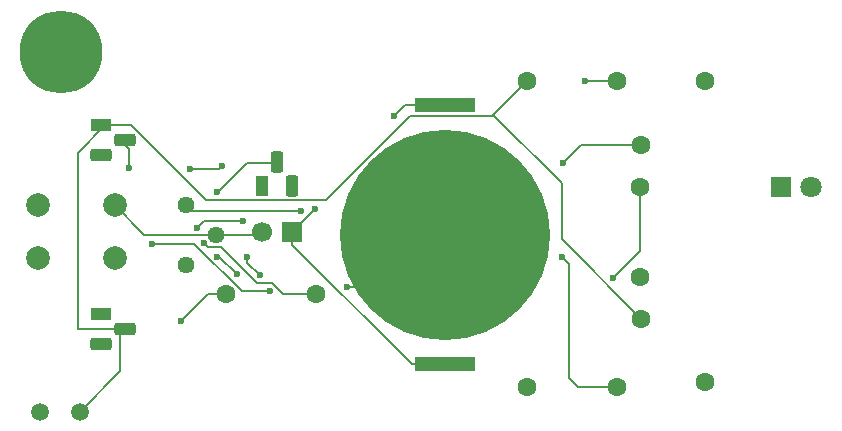
<source format=gtl>
G04 #@! TF.GenerationSoftware,KiCad,Pcbnew,9.0.2-2.fc42*
G04 #@! TF.CreationDate,2025-06-29T00:33:01+02:00*
G04 #@! TF.ProjectId,hack_solder,6861636b-5f73-46f6-9c64-65722e6b6963,rev?*
G04 #@! TF.SameCoordinates,Original*
G04 #@! TF.FileFunction,Copper,L1,Top*
G04 #@! TF.FilePolarity,Positive*
%FSLAX46Y46*%
G04 Gerber Fmt 4.6, Leading zero omitted, Abs format (unit mm)*
G04 Created by KiCad (PCBNEW 9.0.2-2.fc42) date 2025-06-29 00:33:01*
%MOMM*%
%LPD*%
G01*
G04 APERTURE LIST*
G04 Aperture macros list*
%AMRoundRect*
0 Rectangle with rounded corners*
0 $1 Rounding radius*
0 $2 $3 $4 $5 $6 $7 $8 $9 X,Y pos of 4 corners*
0 Add a 4 corners polygon primitive as box body*
4,1,4,$2,$3,$4,$5,$6,$7,$8,$9,$2,$3,0*
0 Add four circle primitives for the rounded corners*
1,1,$1+$1,$2,$3*
1,1,$1+$1,$4,$5*
1,1,$1+$1,$6,$7*
1,1,$1+$1,$8,$9*
0 Add four rect primitives between the rounded corners*
20,1,$1+$1,$2,$3,$4,$5,0*
20,1,$1+$1,$4,$5,$6,$7,0*
20,1,$1+$1,$6,$7,$8,$9,0*
20,1,$1+$1,$8,$9,$2,$3,0*%
G04 Aperture macros list end*
G04 #@! TA.AperFunction,ComponentPad*
%ADD10C,1.440000*%
G04 #@! TD*
G04 #@! TA.AperFunction,ComponentPad*
%ADD11C,7.000000*%
G04 #@! TD*
G04 #@! TA.AperFunction,ComponentPad*
%ADD12C,1.600000*%
G04 #@! TD*
G04 #@! TA.AperFunction,SMDPad,CuDef*
%ADD13R,5.080000X1.270000*%
G04 #@! TD*
G04 #@! TA.AperFunction,SMDPad,CuDef*
%ADD14C,17.800000*%
G04 #@! TD*
G04 #@! TA.AperFunction,ComponentPad*
%ADD15C,1.500000*%
G04 #@! TD*
G04 #@! TA.AperFunction,ComponentPad*
%ADD16C,2.000000*%
G04 #@! TD*
G04 #@! TA.AperFunction,ComponentPad*
%ADD17R,1.800000X1.100000*%
G04 #@! TD*
G04 #@! TA.AperFunction,ComponentPad*
%ADD18RoundRect,0.275000X-0.625000X0.275000X-0.625000X-0.275000X0.625000X-0.275000X0.625000X0.275000X0*%
G04 #@! TD*
G04 #@! TA.AperFunction,ComponentPad*
%ADD19R,1.100000X1.800000*%
G04 #@! TD*
G04 #@! TA.AperFunction,ComponentPad*
%ADD20RoundRect,0.275000X-0.275000X-0.625000X0.275000X-0.625000X0.275000X0.625000X-0.275000X0.625000X0*%
G04 #@! TD*
G04 #@! TA.AperFunction,ComponentPad*
%ADD21R,1.700000X1.700000*%
G04 #@! TD*
G04 #@! TA.AperFunction,ComponentPad*
%ADD22C,1.700000*%
G04 #@! TD*
G04 #@! TA.AperFunction,ComponentPad*
%ADD23R,1.800000X1.800000*%
G04 #@! TD*
G04 #@! TA.AperFunction,ComponentPad*
%ADD24C,1.800000*%
G04 #@! TD*
G04 #@! TA.AperFunction,ViaPad*
%ADD25C,0.600000*%
G04 #@! TD*
G04 #@! TA.AperFunction,Conductor*
%ADD26C,0.200000*%
G04 #@! TD*
G04 APERTURE END LIST*
D10*
G04 #@! TO.P,RV1,1,1*
G04 #@! TO.N,unconnected-(RV1-Pad1)*
X27060000Y-52540000D03*
G04 #@! TO.P,RV1,2,2*
G04 #@! TO.N,Net-(J1-Pin_2)*
X29600000Y-50000000D03*
G04 #@! TO.P,RV1,3,3*
G04 #@! TO.N,Net-(D1-A)*
X27060000Y-47460000D03*
G04 #@! TD*
D11*
G04 #@! TO.P,REF\u002A\u002A,1*
G04 #@! TO.N,N/C*
X16500000Y-34500000D03*
G04 #@! TD*
D12*
G04 #@! TO.P,R3,1*
G04 #@! TO.N,Net-(Q2-C)*
X65500000Y-46000000D03*
G04 #@! TO.P,R3,2*
G04 #@! TO.N,Net-(Q1-B)*
X65500000Y-53620000D03*
G04 #@! TD*
D13*
G04 #@! TO.P,BT1,1,+*
G04 #@! TO.N,Net-(BT1-+)*
X49000000Y-60985000D03*
X49000000Y-39015000D03*
D14*
G04 #@! TO.P,BT1,2,-*
G04 #@! TO.N,Net-(BT1--)*
X49000000Y-50000000D03*
G04 #@! TD*
D15*
G04 #@! TO.P,R2,1*
G04 #@! TO.N,Net-(Q1-C)*
X18050000Y-65000000D03*
G04 #@! TO.P,R2,2*
G04 #@! TO.N,Net-(BT1--)*
X14650000Y-65000000D03*
G04 #@! TD*
D16*
G04 #@! TO.P,SW1,1,1*
G04 #@! TO.N,Net-(R6-Pad1)*
X21000000Y-52000000D03*
X14500000Y-52000000D03*
G04 #@! TO.P,SW1,2,2*
G04 #@! TO.N,Net-(J1-Pin_2)*
X21000000Y-47500000D03*
X14500000Y-47500000D03*
G04 #@! TD*
D17*
G04 #@! TO.P,Q3,1,C*
G04 #@! TO.N,Net-(D1-K)*
X19830000Y-56730000D03*
D18*
G04 #@! TO.P,Q3,2,B*
G04 #@! TO.N,Net-(Q1-C)*
X21900000Y-58000000D03*
G04 #@! TO.P,Q3,3,E*
G04 #@! TO.N,Net-(Q3-E)*
X19830000Y-59270000D03*
G04 #@! TD*
D12*
G04 #@! TO.P,R1,1*
G04 #@! TO.N,Net-(J1-Pin_2)*
X65611846Y-42388154D03*
G04 #@! TO.P,R1,2*
G04 #@! TO.N,Net-(Q2-C)*
X71000000Y-37000000D03*
G04 #@! TD*
G04 #@! TO.P,R4,1*
G04 #@! TO.N,Net-(Q2-B)*
X71000000Y-62500000D03*
G04 #@! TO.P,R4,2*
G04 #@! TO.N,Net-(Q1-C)*
X65611846Y-57111846D03*
G04 #@! TD*
D19*
G04 #@! TO.P,Q2,1,C*
G04 #@! TO.N,Net-(Q2-C)*
X33460000Y-45900000D03*
D20*
G04 #@! TO.P,Q2,2,B*
G04 #@! TO.N,Net-(Q2-B)*
X34730000Y-43830000D03*
G04 #@! TO.P,Q2,3,E*
G04 #@! TO.N,Net-(BT1--)*
X36000000Y-45900000D03*
G04 #@! TD*
D21*
G04 #@! TO.P,J1,1,Pin_1*
G04 #@! TO.N,Net-(BT1-+)*
X36050000Y-49800000D03*
D22*
G04 #@! TO.P,J1,2,Pin_2*
G04 #@! TO.N,Net-(J1-Pin_2)*
X33510000Y-49800000D03*
G04 #@! TD*
D23*
G04 #@! TO.P,D1,1,K*
G04 #@! TO.N,Net-(D1-K)*
X77460000Y-46000000D03*
D24*
G04 #@! TO.P,D1,2,A*
G04 #@! TO.N,Net-(D1-A)*
X80000000Y-46000000D03*
G04 #@! TD*
D17*
G04 #@! TO.P,Q1,1,C*
G04 #@! TO.N,Net-(Q1-C)*
X19830000Y-40730000D03*
D18*
G04 #@! TO.P,Q1,2,B*
G04 #@! TO.N,Net-(Q1-B)*
X21900000Y-42000000D03*
G04 #@! TO.P,Q1,3,E*
G04 #@! TO.N,Net-(BT1--)*
X19830000Y-43270000D03*
G04 #@! TD*
D12*
G04 #@! TO.P,R5,1*
G04 #@! TO.N,Net-(D1-A)*
X63550000Y-36950000D03*
G04 #@! TO.P,R5,2*
G04 #@! TO.N,Net-(Q1-C)*
X55930000Y-36950000D03*
G04 #@! TD*
G04 #@! TO.P,R6,1*
G04 #@! TO.N,Net-(R6-Pad1)*
X55880000Y-62900000D03*
G04 #@! TO.P,R6,2*
G04 #@! TO.N,Net-(Q2-B)*
X63500000Y-62900000D03*
G04 #@! TD*
G04 #@! TO.P,R7,1*
G04 #@! TO.N,Net-(BT1--)*
X38050000Y-55000000D03*
G04 #@! TO.P,R7,2*
G04 #@! TO.N,Net-(Q3-E)*
X30430000Y-55000000D03*
G04 #@! TD*
D25*
G04 #@! TO.N,Net-(BT1-+)*
X38000000Y-47850000D03*
X44625000Y-39975000D03*
G04 #@! TO.N,Net-(BT1--)*
X31900000Y-48800000D03*
X28000000Y-49400000D03*
X40700000Y-54400000D03*
X28550000Y-50700000D03*
G04 #@! TO.N,Net-(D1-A)*
X36800000Y-48000000D03*
X60850000Y-36950000D03*
G04 #@! TO.N,Net-(J1-Pin_2)*
X58950000Y-43900000D03*
G04 #@! TO.N,Net-(Q1-B)*
X24200000Y-50750000D03*
X22250000Y-44350000D03*
X34150000Y-54800000D03*
G04 #@! TO.N,Net-(Q2-B)*
X29675000Y-46425000D03*
X58900000Y-51900000D03*
G04 #@! TO.N,Net-(Q2-C)*
X63225000Y-53625000D03*
X30100000Y-44150000D03*
X27350000Y-44400000D03*
X33300000Y-53450000D03*
X32250000Y-51850000D03*
G04 #@! TO.N,Net-(Q3-E)*
X26600000Y-57300000D03*
G04 #@! TO.N,Net-(R6-Pad1)*
X31350000Y-53350000D03*
X29700000Y-51850000D03*
G04 #@! TD*
D26*
G04 #@! TO.N,Net-(BT1-+)*
X38100000Y-47750000D02*
X38000000Y-47850000D01*
X46185000Y-60985000D02*
X49000000Y-60985000D01*
X44625000Y-39975000D02*
X45585000Y-39015000D01*
X45585000Y-39015000D02*
X49000000Y-39015000D01*
X38000000Y-47850000D02*
X36050000Y-49800000D01*
X36050000Y-50850000D02*
X46185000Y-60985000D01*
X36050000Y-49800000D02*
X36050000Y-50850000D01*
G04 #@! TO.N,Net-(BT1--)*
X34350000Y-54100000D02*
X35250000Y-55000000D01*
X43200000Y-54750000D02*
X44250000Y-54750000D01*
X44250000Y-54750000D02*
X49000000Y-50000000D01*
X30022000Y-51021000D02*
X33101000Y-54100000D01*
X31900000Y-48800000D02*
X28600000Y-48800000D01*
X33101000Y-54100000D02*
X34350000Y-54100000D01*
X28550000Y-50700000D02*
X28871000Y-51021000D01*
X28600000Y-48800000D02*
X28000000Y-49400000D01*
X28871000Y-51021000D02*
X30022000Y-51021000D01*
X44600000Y-54400000D02*
X49000000Y-50000000D01*
X35250000Y-55000000D02*
X38050000Y-55000000D01*
X40700000Y-54400000D02*
X44600000Y-54400000D01*
X28000000Y-49400000D02*
X27900000Y-49500000D01*
G04 #@! TO.N,Net-(D1-A)*
X27600000Y-48000000D02*
X36800000Y-48000000D01*
X60850000Y-36950000D02*
X63550000Y-36950000D01*
X27060000Y-47460000D02*
X27600000Y-48000000D01*
G04 #@! TO.N,Net-(J1-Pin_2)*
X65611846Y-42388154D02*
X60461846Y-42388154D01*
X29600000Y-50000000D02*
X33310000Y-50000000D01*
X60461846Y-42388154D02*
X58950000Y-43900000D01*
X33310000Y-50000000D02*
X33510000Y-49800000D01*
X21000000Y-47500000D02*
X23500000Y-50000000D01*
X23500000Y-50000000D02*
X29600000Y-50000000D01*
G04 #@! TO.N,Net-(Q1-C)*
X20230000Y-40730000D02*
X22352206Y-40730000D01*
X65611846Y-57111846D02*
X58851000Y-50351000D01*
X18050000Y-65000000D02*
X21500000Y-61550000D01*
X21500000Y-61550000D02*
X21500000Y-58000000D01*
X46036821Y-39951000D02*
X52929000Y-39951000D01*
X17900000Y-58000000D02*
X21500000Y-58000000D01*
X28723206Y-47101000D02*
X38886821Y-47101000D01*
X20230000Y-40730000D02*
X17900000Y-43060000D01*
X52929000Y-39951000D02*
X53040000Y-39840000D01*
X58851000Y-45651000D02*
X53040000Y-39840000D01*
X53040000Y-39840000D02*
X55930000Y-36950000D01*
X38886821Y-47101000D02*
X46036821Y-39951000D01*
X22352206Y-40730000D02*
X28723206Y-47101000D01*
X17900000Y-43060000D02*
X17900000Y-58000000D01*
X58851000Y-50351000D02*
X58851000Y-45651000D01*
G04 #@! TO.N,Net-(Q1-B)*
X34150000Y-54800000D02*
X31787050Y-54800000D01*
X22250000Y-44350000D02*
X22250000Y-42750000D01*
X22250000Y-42750000D02*
X21500000Y-42000000D01*
X27737050Y-50750000D02*
X24200000Y-50750000D01*
X31787050Y-54800000D02*
X27737050Y-50750000D01*
G04 #@! TO.N,Net-(Q2-B)*
X34730000Y-44230000D02*
X34409619Y-43909619D01*
X32190381Y-43909619D02*
X29650000Y-46450000D01*
X29650000Y-46450000D02*
X29675000Y-46425000D01*
X60250000Y-62900000D02*
X59500000Y-62150000D01*
X29675000Y-46425000D02*
X29725000Y-46375000D01*
X63500000Y-62900000D02*
X60250000Y-62900000D01*
X59500000Y-52500000D02*
X58900000Y-51900000D01*
X59500000Y-62150000D02*
X59500000Y-52500000D01*
X34409619Y-43909619D02*
X32190381Y-43909619D01*
G04 #@! TO.N,Net-(Q2-C)*
X32250000Y-51850000D02*
X32250000Y-52400000D01*
X27350000Y-44400000D02*
X27300000Y-44400000D01*
X65500000Y-51350000D02*
X65500000Y-46000000D01*
X32250000Y-52400000D02*
X33300000Y-53450000D01*
X63225000Y-53625000D02*
X65500000Y-51350000D01*
X30100000Y-44150000D02*
X29850000Y-44400000D01*
X29850000Y-44400000D02*
X27350000Y-44400000D01*
G04 #@! TO.N,Net-(Q3-E)*
X26600000Y-57300000D02*
X28900000Y-55000000D01*
X28900000Y-55000000D02*
X30430000Y-55000000D01*
G04 #@! TO.N,Net-(R6-Pad1)*
X31350000Y-53350000D02*
X29850000Y-51850000D01*
X29850000Y-51850000D02*
X29700000Y-51850000D01*
G04 #@! TD*
M02*

</source>
